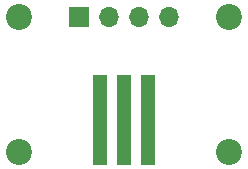
<source format=gts>
G04 #@! TF.GenerationSoftware,KiCad,Pcbnew,8.0.3*
G04 #@! TF.CreationDate,2025-02-02T16:59:22+13:00*
G04 #@! TF.ProjectId,wii-nunchuk-pcb,7769692d-6e75-46e6-9368-756b2d706362,rev?*
G04 #@! TF.SameCoordinates,Original*
G04 #@! TF.FileFunction,Soldermask,Top*
G04 #@! TF.FilePolarity,Negative*
%FSLAX46Y46*%
G04 Gerber Fmt 4.6, Leading zero omitted, Abs format (unit mm)*
G04 Created by KiCad (PCBNEW 8.0.3) date 2025-02-02 16:59:22*
%MOMM*%
%LPD*%
G01*
G04 APERTURE LIST*
%ADD10C,2.200000*%
%ADD11R,1.700000X1.700000*%
%ADD12O,1.700000X1.700000*%
%ADD13R,1.300000X7.600000*%
G04 APERTURE END LIST*
D10*
X110381051Y-69741051D03*
X92601051Y-58311051D03*
D11*
X97681051Y-58311051D03*
D12*
X100221051Y-58311051D03*
X102761051Y-58311051D03*
X105301051Y-58311051D03*
D10*
X110381051Y-58311051D03*
X92601051Y-69741051D03*
D13*
X103491051Y-67067051D03*
X101491051Y-67067051D03*
X99491051Y-67067051D03*
M02*

</source>
